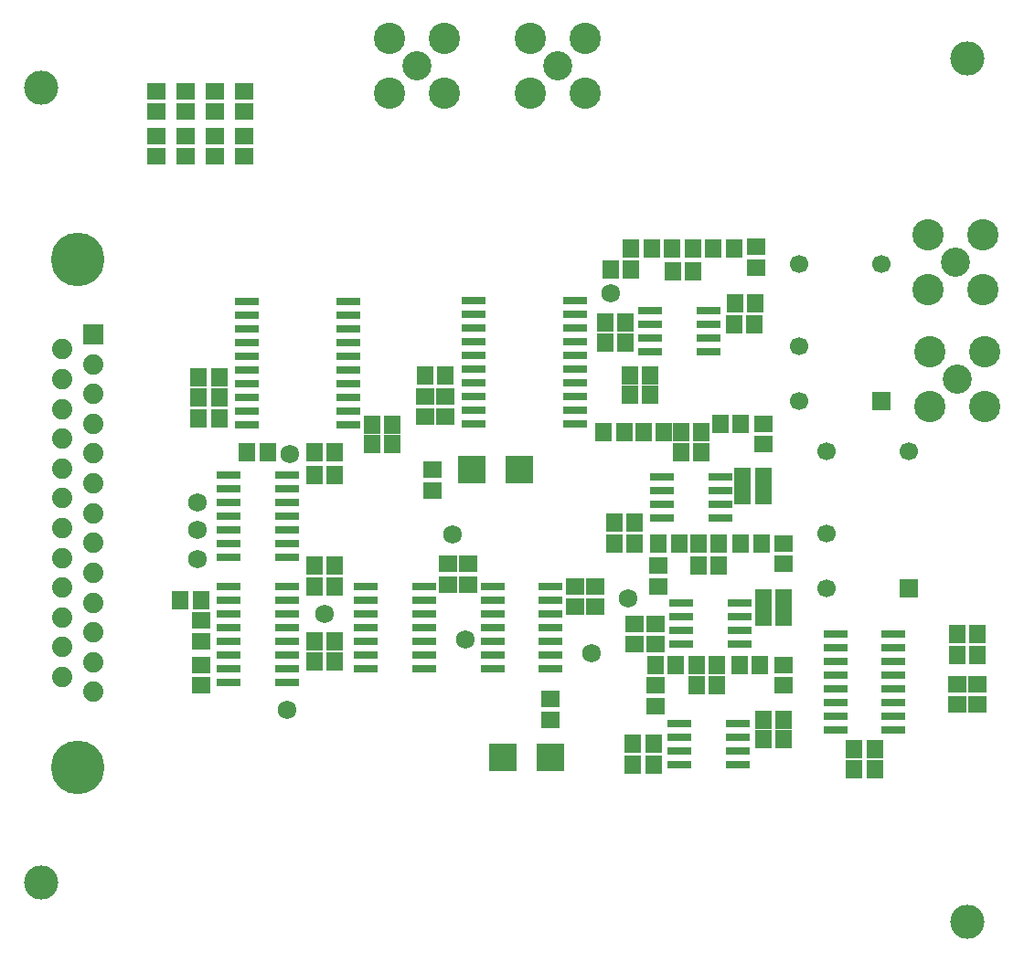
<source format=gbr>
G04 DipTrace 3.3.1.3*
G04 TopMask.gbr*
%MOIN*%
G04 #@! TF.FileFunction,Soldermask,Top*
G04 #@! TF.Part,Single*
%ADD30C,0.125*%
%ADD40R,0.08662X0.031502*%
%ADD42C,0.06788*%
%ADD44C,0.066935*%
%ADD46R,0.066935X0.066935*%
%ADD48C,0.195282*%
%ADD50C,0.074415*%
%ADD52R,0.074415X0.074415*%
%ADD54C,0.106305*%
%ADD56C,0.114179*%
%ADD58R,0.102368X0.102368*%
%ADD60R,0.059061X0.066935*%
%ADD62R,0.066935X0.059061*%
%FSLAX26Y26*%
G04*
G70*
G90*
G75*
G01*
G04 TopMask*
%LPD*%
D62*
X1176462Y1457507D3*
Y1532310D3*
D60*
X1663962Y2226258D3*
X1589159D3*
X1663962Y2307507D3*
X1589159D3*
D62*
X2538962Y1745008D3*
Y1819812D3*
X2613962Y1745008D3*
Y1819812D3*
D60*
X1663962Y1820008D3*
X1589159D3*
X1663962Y1895008D3*
X1589159D3*
D62*
X2076462Y1826258D3*
Y1901061D3*
X2151462Y1826258D3*
Y1901061D3*
X1176462Y1620008D3*
Y1694812D3*
X2451462Y1407507D3*
Y1332704D3*
X2020213Y2170008D3*
Y2244812D3*
D60*
X1167752Y2432508D3*
X1242556D3*
X1167752Y2507508D3*
X1242556D3*
X1874002Y2407508D3*
X1799199D3*
X1874002Y2338756D3*
X1799199D3*
D62*
X2067752Y2438758D3*
Y2513561D3*
X1992752Y2438758D3*
Y2513561D3*
D60*
X2649003Y2707508D3*
X2723806D3*
X2649003Y2782508D3*
X2723806D3*
X2970263Y2970008D3*
X2895460D3*
X3195263Y2776258D3*
X3120460D3*
X3196995Y2851258D3*
X3122192D3*
X2738964Y2588758D3*
X2813767D3*
X2738964Y2520008D3*
X2813767D3*
D62*
X3201512Y2982508D3*
Y3057312D3*
D60*
X3001512Y2307507D3*
X2926709D3*
X3226512Y2151258D3*
X3151709D3*
X3226512Y2220008D3*
X3151709D3*
X2757763Y2051258D3*
X2682960D3*
X2757763Y1976258D3*
X2682960D3*
D62*
X3226512Y2338758D3*
Y2413561D3*
D60*
X3063914Y1895008D3*
X2989111D3*
X3301512Y1707508D3*
X3226709D3*
X3301512Y1776258D3*
X3226709D3*
D62*
X2832713Y1682507D3*
Y1607704D3*
X2757713Y1682507D3*
Y1607704D3*
X3301512Y1901258D3*
Y1976061D3*
D60*
X3057763Y1457508D3*
X2982960D3*
X3301512Y1263758D3*
X3226709D3*
X3301512Y1332508D3*
X3226709D3*
X2751512Y1245008D3*
X2826315D3*
X2751512Y1170008D3*
X2826315D3*
D62*
X3301512Y1457508D3*
Y1532312D3*
D60*
X3557713Y1226258D3*
X3632516D3*
X3557713Y1151258D3*
X3632516D3*
D58*
X2451464Y1195007D3*
X2278235D3*
X2163962Y2245008D3*
X2337191D3*
D62*
X1226463Y3388758D3*
Y3463561D3*
X1332713Y3463758D3*
Y3388955D3*
D60*
X4007713Y1645008D3*
X3932910D3*
X4007713Y1570008D3*
X3932910D3*
D62*
X1013963Y3463561D3*
Y3388758D3*
X1120213D3*
Y3463561D3*
D30*
X595213Y3638756D3*
Y738759D3*
X3970213Y595008D3*
Y3745008D3*
D56*
X1863962Y3620007D3*
X2063962D3*
Y3820007D3*
X1863962D3*
D54*
X1963962Y3720007D3*
D56*
X3832713Y2676258D3*
Y2476258D3*
X4032713D3*
Y2676258D3*
D54*
X3932713Y2576258D3*
D56*
X2376462Y3620007D3*
X2576462D3*
Y3820007D3*
X2376462D3*
D54*
X2476462Y3720007D3*
D52*
X782714Y2738758D3*
D50*
Y2630057D3*
Y2521356D3*
Y2412655D3*
Y2303955D3*
Y2195254D3*
Y2086553D3*
Y1977852D3*
Y1869151D3*
Y1760451D3*
Y1651750D3*
Y1543049D3*
Y1434348D3*
X670903Y2684401D3*
Y2575700D3*
Y2466999D3*
Y2358298D3*
Y2249598D3*
Y2140897D3*
Y2032196D3*
Y1923495D3*
Y1814794D3*
Y1706094D3*
Y1597393D3*
Y1488692D3*
D48*
X726808Y1160333D3*
Y3012773D3*
D56*
X3826464Y3101258D3*
Y2901258D3*
X4026464D3*
Y3101258D3*
D54*
X3926464Y3001258D3*
D46*
X3657713Y2495008D3*
D44*
Y2995008D3*
X3357713D3*
Y2695008D3*
Y2495008D3*
D46*
X3757713Y1813758D3*
D44*
Y2313758D3*
X3457713D3*
Y2013758D3*
Y1813758D3*
D60*
X1663962Y1620007D3*
X1589159D3*
X1663962Y1545008D3*
X1589159D3*
X1176464Y1770007D3*
X1101661D3*
X1420212Y2307507D3*
X1345409D3*
D62*
X1013963Y3551258D3*
Y3626061D3*
X1120213Y3551258D3*
Y3626061D3*
X1226463Y3551258D3*
Y3626061D3*
X1332713Y3551258D3*
Y3626061D3*
X3932713Y1388758D3*
Y1463561D3*
X4007713Y1463758D3*
Y1388955D3*
D60*
X1167752Y2582507D3*
X1242556D3*
X1992752Y2588758D3*
X2067556D3*
X2745263Y3051258D3*
X2820066D3*
X2895361D3*
X2970165D3*
X2670263Y2976258D3*
X2745066D3*
X3045263Y3051258D3*
X3120066D3*
X2789014Y2382507D3*
X2863817D3*
X2926512D3*
X3001315D3*
X3070263Y2413758D3*
X3145066D3*
X2645262Y2382507D3*
X2720065D3*
X2845262Y1976258D3*
X2920065D3*
X2989012D3*
X3063815D3*
D62*
X2845212Y1820008D3*
Y1894812D3*
D60*
X3145262Y1976258D3*
X3220065D3*
X2832763Y1532508D3*
X2907566D3*
X2982763D3*
X3057566D3*
X3139012D3*
X3213815D3*
D62*
X2832763Y1382508D3*
Y1457312D3*
D42*
X1163962Y1920008D3*
X1488962Y1370007D3*
X1163962Y2126256D3*
Y2026258D3*
X1626462Y1720008D3*
X1501462Y2301258D3*
X2095213Y2007507D3*
X2138964Y1626258D3*
X2601462Y1576258D3*
X2732713Y1776258D3*
X2670263Y2888758D3*
D40*
X1276414Y1820007D3*
Y1770007D3*
Y1720007D3*
Y1670007D3*
Y1620007D3*
Y1570007D3*
Y1520007D3*
Y1470007D3*
X1489012D3*
Y1520007D3*
Y1570007D3*
Y1620007D3*
Y1670007D3*
Y1720007D3*
Y1770007D3*
Y1820007D3*
X1276462Y2226256D3*
Y2176256D3*
Y2126256D3*
Y2076256D3*
Y2026256D3*
Y1976256D3*
Y1926256D3*
X1489061D3*
Y1976256D3*
Y2026256D3*
Y2076256D3*
Y2126256D3*
Y2176256D3*
Y2226256D3*
X2238962Y1820007D3*
Y1770007D3*
Y1720007D3*
Y1670007D3*
Y1620007D3*
Y1570007D3*
Y1520007D3*
X2451561D3*
Y1570007D3*
Y1620007D3*
Y1670007D3*
Y1720007D3*
Y1770007D3*
Y1820007D3*
X2813964Y2826258D3*
Y2776258D3*
Y2726258D3*
Y2676258D3*
X3026562D3*
Y2726258D3*
Y2776258D3*
Y2826258D3*
X1776462Y1820007D3*
Y1770007D3*
Y1720007D3*
Y1670007D3*
Y1620007D3*
Y1570007D3*
Y1520007D3*
X1989061D3*
Y1570007D3*
Y1620007D3*
Y1670007D3*
Y1720007D3*
Y1770007D3*
Y1820007D3*
X2857713Y2220008D3*
Y2170008D3*
Y2120008D3*
Y2070008D3*
X3070312D3*
Y2120008D3*
Y2170008D3*
Y2220008D3*
X1345213Y2857507D3*
Y2807507D3*
Y2757507D3*
Y2707507D3*
Y2657507D3*
Y2607507D3*
Y2557507D3*
Y2507507D3*
Y2457507D3*
Y2407507D3*
X1715292D3*
Y2457507D3*
Y2507507D3*
Y2557507D3*
Y2607507D3*
Y2657507D3*
Y2707507D3*
Y2757507D3*
Y2807507D3*
Y2857507D3*
X2170213Y2863758D3*
Y2813758D3*
Y2763758D3*
Y2713758D3*
Y2663758D3*
Y2613758D3*
Y2563758D3*
Y2513758D3*
Y2463758D3*
Y2413758D3*
X2540292D3*
Y2463758D3*
Y2513758D3*
Y2563758D3*
Y2613758D3*
Y2663758D3*
Y2713758D3*
Y2763758D3*
Y2813758D3*
Y2863758D3*
X2926464Y1757508D3*
Y1707508D3*
Y1657508D3*
Y1607508D3*
X3139062D3*
Y1657508D3*
Y1707508D3*
Y1757508D3*
X2920213Y1320008D3*
Y1270008D3*
Y1220008D3*
Y1170008D3*
X3132812D3*
Y1220008D3*
Y1270008D3*
Y1320008D3*
X3488964Y1645007D3*
Y1595007D3*
Y1545007D3*
Y1495007D3*
Y1445007D3*
Y1395007D3*
Y1345007D3*
Y1295007D3*
X3701562D3*
Y1345007D3*
Y1395007D3*
Y1445007D3*
Y1495007D3*
Y1545007D3*
Y1595007D3*
Y1645007D3*
M02*

</source>
